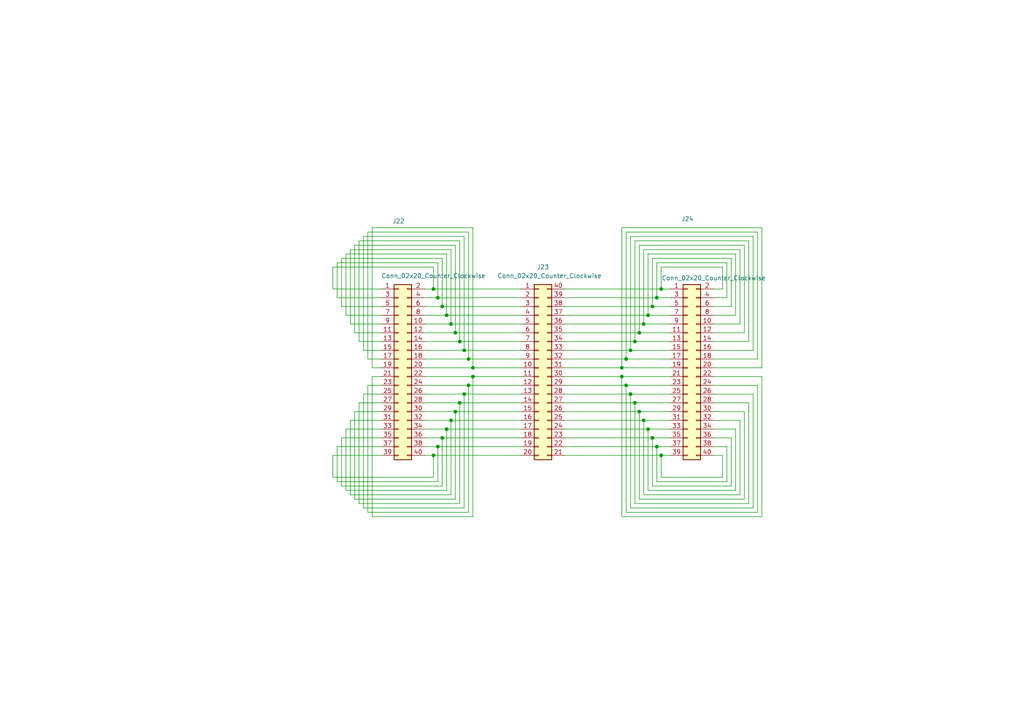
<source format=kicad_sch>
(kicad_sch (version 20211123) (generator eeschema)
  (paper "A4")
  (lib_symbols
    (symbol "Connector_Generic:Conn_02x20_Counter_Clockwise" (pin_names (offset 1.016) hide)
      (property "Reference" "J" (at 1.27 25.4 0))
      (property "Value" "Conn_02x20_Counter_Clockwise" (at 1.27 -27.94 0))
      (symbol "Conn_02x20_Counter_Clockwise_1_1"
        (rectangle (start -1.27 -25.273) (end 0 -25.527) (stroke (width 0.1524)))
        (rectangle (start -1.27 -22.733) (end 0 -22.987) (stroke (width 0.1524)))
        (rectangle (start -1.27 -20.193) (end 0 -20.447) (stroke (width 0.1524)))
        (rectangle (start -1.27 -17.653) (end 0 -17.907) (stroke (width 0.1524)))
        (rectangle (start -1.27 -15.113) (end 0 -15.367) (stroke (width 0.1524)))
        (rectangle (start -1.27 -12.573) (end 0 -12.827) (stroke (width 0.1524)))
        (rectangle (start -1.27 -10.033) (end 0 -10.287) (stroke (width 0.1524)))
        (rectangle (start -1.27 -7.493) (end 0 -7.747) (stroke (width 0.1524)))
        (rectangle (start -1.27 -4.953) (end 0 -5.207) (stroke (width 0.1524)))
        (rectangle (start -1.27 -2.413) (end 0 -2.667) (stroke (width 0.1524)))
        (rectangle (start -1.27 0.127) (end 0 -0.127) (stroke (width 0.1524)))
        (rectangle (start -1.27 2.667) (end 0 2.413) (stroke (width 0.1524)))
        (rectangle (start -1.27 5.207) (end 0 4.953) (stroke (width 0.1524)))
        (rectangle (start -1.27 7.747) (end 0 7.493) (stroke (width 0.1524)))
        (rectangle (start -1.27 10.287) (end 0 10.033) (stroke (width 0.1524)))
        (rectangle (start -1.27 12.827) (end 0 12.573) (stroke (width 0.1524)))
        (rectangle (start -1.27 15.367) (end 0 15.113) (stroke (width 0.1524)))
        (rectangle (start -1.27 17.907) (end 0 17.653) (stroke (width 0.1524)))
        (rectangle (start -1.27 20.447) (end 0 20.193) (stroke (width 0.1524)))
        (rectangle (start -1.27 22.987) (end 0 22.733) (stroke (width 0.1524)))
        (rectangle (start -1.27 24.13) (end 3.81 -26.67) (stroke (width 0.254)) (fill (type background)))
        (rectangle (start 3.81 -25.273) (end 2.54 -25.527) (stroke (width 0.1524)))
        (rectangle (start 3.81 -22.733) (end 2.54 -22.987) (stroke (width 0.1524)))
        (rectangle (start 3.81 -20.193) (end 2.54 -20.447) (stroke (width 0.1524)))
        (rectangle (start 3.81 -17.653) (end 2.54 -17.907) (stroke (width 0.1524)))
        (rectangle (start 3.81 -15.113) (end 2.54 -15.367) (stroke (width 0.1524)))
        (rectangle (start 3.81 -12.573) (end 2.54 -12.827) (stroke (width 0.1524)))
        (rectangle (start 3.81 -10.033) (end 2.54 -10.287) (stroke (width 0.1524)))
        (rectangle (start 3.81 -7.493) (end 2.54 -7.747) (stroke (width 0.1524)))
        (rectangle (start 3.81 -4.953) (end 2.54 -5.207) (stroke (width 0.1524)))
        (rectangle (start 3.81 -2.413) (end 2.54 -2.667) (stroke (width 0.1524)))
        (rectangle (start 3.81 0.127) (end 2.54 -0.127) (stroke (width 0.1524)))
        (rectangle (start 3.81 2.667) (end 2.54 2.413) (stroke (width 0.1524)))
        (rectangle (start 3.81 5.207) (end 2.54 4.953) (stroke (width 0.1524)))
        (rectangle (start 3.81 7.747) (end 2.54 7.493) (stroke (width 0.1524)))
        (rectangle (start 3.81 10.287) (end 2.54 10.033) (stroke (width 0.1524)))
        (rectangle (start 3.81 12.827) (end 2.54 12.573) (stroke (width 0.1524)))
        (rectangle (start 3.81 15.367) (end 2.54 15.113) (stroke (width 0.1524)))
        (rectangle (start 3.81 17.907) (end 2.54 17.653) (stroke (width 0.1524)))
        (rectangle (start 3.81 20.447) (end 2.54 20.193) (stroke (width 0.1524)))
        (rectangle (start 3.81 22.987) (end 2.54 22.733) (stroke (width 0.1524)))
        (pin passive line (at -5.08 22.86 0) (length 3.81) (name "Pin_1") (number "1"))
        (pin passive line (at -5.08 0 0) (length 3.81) (name "Pin_10") (number "10"))
        (pin passive line (at -5.08 -2.54 0) (length 3.81) (name "Pin_11") (number "11"))
        (pin passive line (at -5.08 -5.08 0) (length 3.81) (name "Pin_12") (number "12"))
        (pin passive line (at -5.08 -7.62 0) (length 3.81) (name "Pin_13") (number "13"))
        (pin passive line (at -5.08 -10.16 0) (length 3.81) (name "Pin_14") (number "14"))
        (pin passive line (at -5.08 -12.7 0) (length 3.81) (name "Pin_15") (number "15"))
        (pin passive line (at -5.08 -15.24 0) (length 3.81) (name "Pin_16") (number "16"))
        (pin passive line (at -5.08 -17.78 0) (length 3.81) (name "Pin_17") (number "17"))
        (pin passive line (at -5.08 -20.32 0) (length 3.81) (name "Pin_18") (number "18"))
        (pin passive line (at -5.08 -22.86 0) (length 3.81) (name "Pin_19") (number "19"))
        (pin passive line (at -5.08 20.32 0) (length 3.81) (name "Pin_2") (number "2"))
        (pin passive line (at -5.08 -25.4 0) (length 3.81) (name "Pin_20") (number "20"))
        (pin passive line (at 7.62 -25.4 180) (length 3.81) (name "Pin_21") (number "21"))
        (pin passive line (at 7.62 -22.86 180) (length 3.81) (name "Pin_22") (number "22"))
        (pin passive line (at 7.62 -20.32 180) (length 3.81) (name "Pin_23") (number "23"))
        (pin passive line (at 7.62 -17.78 180) (length 3.81) (name "Pin_24") (number "24"))
        (pin passive line (at 7.62 -15.24 180) (length 3.81) (name "Pin_25") (number "25"))
        (pin passive line (at 7.62 -12.7 180) (length 3.81) (name "Pin_26") (number "26"))
        (pin passive line (at 7.62 -10.16 180) (length 3.81) (name "Pin_27") (number "27"))
        (pin passive line (at 7.62 -7.62 180) (length 3.81) (name "Pin_28") (number "28"))
        (pin passive line (at 7.62 -5.08 180) (length 3.81) (name "Pin_29") (number "29"))
        (pin passive line (at -5.08 17.78 0) (length 3.81) (name "Pin_3") (number "3"))
        (pin passive line (at 7.62 -2.54 180) (length 3.81) (name "Pin_30") (number "30"))
        (pin passive line (at 7.62 0 180) (length 3.81) (name "Pin_31") (number "31"))
        (pin passive line (at 7.62 2.54 180) (length 3.81) (name "Pin_32") (number "32"))
        (pin passive line (at 7.62 5.08 180) (length 3.81) (name "Pin_33") (number "33"))
        (pin passive line (at 7.62 7.62 180) (length 3.81) (name "Pin_34") (number "34"))
        (pin passive line (at 7.62 10.16 180) (length 3.81) (name "Pin_35") (number "35"))
        (pin passive line (at 7.62 12.7 180) (length 3.81) (name "Pin_36") (number "36"))
        (pin passive line (at 7.62 15.24 180) (length 3.81) (name "Pin_37") (number "37"))
        (pin passive line (at 7.62 17.78 180) (length 3.81) (name "Pin_38") (number "38"))
        (pin passive line (at 7.62 20.32 180) (length 3.81) (name "Pin_39") (number "39"))
        (pin passive line (at -5.08 15.24 0) (length 3.81) (name "Pin_4") (number "4"))
        (pin passive line (at 7.62 22.86 180) (length 3.81) (name "Pin_40") (number "40"))
        (pin passive line (at -5.08 12.7 0) (length 3.81) (name "Pin_5") (number "5"))
        (pin passive line (at -5.08 10.16 0) (length 3.81) (name "Pin_6") (number "6"))
        (pin passive line (at -5.08 7.62 0) (length 3.81) (name "Pin_7") (number "7"))
        (pin passive line (at -5.08 5.08 0) (length 3.81) (name "Pin_8") (number "8"))
        (pin passive line (at -5.08 2.54 0) (length 3.81) (name "Pin_9") (number "9"))
      )
    )
    (symbol "Connector_Generic:Conn_02x20_Odd_Even" (pin_names (offset 1.016) hide)
      (property "Reference" "J" (at 1.27 25.4 0))
      (property "Value" "Conn_02x20_Odd_Even" (at 1.27 -27.94 0))
      (symbol "Conn_02x20_Odd_Even_1_1"
        (rectangle (start -1.27 -25.273) (end 0 -25.527) (stroke (width 0.1524)))
        (rectangle (start -1.27 -22.733) (end 0 -22.987) (stroke (width 0.1524)))
        (rectangle (start -1.27 -20.193) (end 0 -20.447) (stroke (width 0.1524)))
        (rectangle (start -1.27 -17.653) (end 0 -17.907) (stroke (width 0.1524)))
        (rectangle (start -1.27 -15.113) (end 0 -15.367) (stroke (width 0.1524)))
        (rectangle (start -1.27 -12.573) (end 0 -12.827) (stroke (width 0.1524)))
        (rectangle (start -1.27 -10.033) (end 0 -10.287) (stroke (width 0.1524)))
        (rectangle (start -1.27 -7.493) (end 0 -7.747) (stroke (width 0.1524)))
        (rectangle (start -1.27 -4.953) (end 0 -5.207) (stroke (width 0.1524)))
        (rectangle (start -1.27 -2.413) (end 0 -2.667) (stroke (width 0.1524)))
        (rectangle (start -1.27 0.127) (end 0 -0.127) (stroke (width 0.1524)))
        (rectangle (start -1.27 2.667) (end 0 2.413) (stroke (width 0.1524)))
        (rectangle (start -1.27 5.207) (end 0 4.953) (stroke (width 0.1524)))
        (rectangle (start -1.27 7.747) (end 0 7.493) (stroke (width 0.1524)))
        (rectangle (start -1.27 10.287) (end 0 10.033) (stroke (width 0.1524)))
        (rectangle (start -1.27 12.827) (end 0 12.573) (stroke (width 0.1524)))
        (rectangle (start -1.27 15.367) (end 0 15.113) (stroke (width 0.1524)))
        (rectangle (start -1.27 17.907) (end 0 17.653) (stroke (width 0.1524)))
        (rectangle (start -1.27 20.447) (end 0 20.193) (stroke (width 0.1524)))
        (rectangle (start -1.27 22.987) (end 0 22.733) (stroke (width 0.1524)))
        (rectangle (start -1.27 24.13) (end 3.81 -26.67) (stroke (width 0.254)) (fill (type background)))
        (rectangle (start 3.81 -25.273) (end 2.54 -25.527) (stroke (width 0.1524)))
        (rectangle (start 3.81 -22.733) (end 2.54 -22.987) (stroke (width 0.1524)))
        (rectangle (start 3.81 -20.193) (end 2.54 -20.447) (stroke (width 0.1524)))
        (rectangle (start 3.81 -17.653) (end 2.54 -17.907) (stroke (width 0.1524)))
        (rectangle (start 3.81 -15.113) (end 2.54 -15.367) (stroke (width 0.1524)))
        (rectangle (start 3.81 -12.573) (end 2.54 -12.827) (stroke (width 0.1524)))
        (rectangle (start 3.81 -10.033) (end 2.54 -10.287) (stroke (width 0.1524)))
        (rectangle (start 3.81 -7.493) (end 2.54 -7.747) (stroke (width 0.1524)))
        (rectangle (start 3.81 -4.953) (end 2.54 -5.207) (stroke (width 0.1524)))
        (rectangle (start 3.81 -2.413) (end 2.54 -2.667) (stroke (width 0.1524)))
        (rectangle (start 3.81 0.127) (end 2.54 -0.127) (stroke (width 0.1524)))
        (rectangle (start 3.81 2.667) (end 2.54 2.413) (stroke (width 0.1524)))
        (rectangle (start 3.81 5.207) (end 2.54 4.953) (stroke (width 0.1524)))
        (rectangle (start 3.81 7.747) (end 2.54 7.493) (stroke (width 0.1524)))
        (rectangle (start 3.81 10.287) (end 2.54 10.033) (stroke (width 0.1524)))
        (rectangle (start 3.81 12.827) (end 2.54 12.573) (stroke (width 0.1524)))
        (rectangle (start 3.81 15.367) (end 2.54 15.113) (stroke (width 0.1524)))
        (rectangle (start 3.81 17.907) (end 2.54 17.653) (stroke (width 0.1524)))
        (rectangle (start 3.81 20.447) (end 2.54 20.193) (stroke (width 0.1524)))
        (rectangle (start 3.81 22.987) (end 2.54 22.733) (stroke (width 0.1524)))
        (pin passive line (at -5.08 22.86 0) (length 3.81) (name "Pin_1") (number "1"))
        (pin passive line (at 7.62 12.7 180) (length 3.81) (name "Pin_10") (number "10"))
        (pin passive line (at -5.08 10.16 0) (length 3.81) (name "Pin_11") (number "11"))
        (pin passive line (at 7.62 10.16 180) (length 3.81) (name "Pin_12") (number "12"))
        (pin passive line (at -5.08 7.62 0) (length 3.81) (name "Pin_13") (number "13"))
        (pin passive line (at 7.62 7.62 180) (length 3.81) (name "Pin_14") (number "14"))
        (pin passive line (at -5.08 5.08 0) (length 3.81) (name "Pin_15") (number "15"))
        (pin passive line (at 7.62 5.08 180) (length 3.81) (name "Pin_16") (number "16"))
        (pin passive line (at -5.08 2.54 0) (length 3.81) (name "Pin_17") (number "17"))
        (pin passive line (at 7.62 2.54 180) (length 3.81) (name "Pin_18") (number "18"))
        (pin passive line (at -5.08 0 0) (length 3.81) (name "Pin_19") (number "19"))
        (pin passive line (at 7.62 22.86 180) (length 3.81) (name "Pin_2") (number "2"))
        (pin passive line (at 7.62 0 180) (length 3.81) (name "Pin_20") (number "20"))
        (pin passive line (at -5.08 -2.54 0) (length 3.81) (name "Pin_21") (number "21"))
        (pin passive line (at 7.62 -2.54 180) (length 3.81) (name "Pin_22") (number "22"))
        (pin passive line (at -5.08 -5.08 0) (length 3.81) (name "Pin_23") (number "23"))
        (pin passive line (at 7.62 -5.08 180) (length 3.81) (name "Pin_24") (number "24"))
        (pin passive line (at -5.08 -7.62 0) (length 3.81) (name "Pin_25") (number "25"))
        (pin passive line (at 7.62 -7.62 180) (length 3.81) (name "Pin_26") (number "26"))
        (pin passive line (at -5.08 -10.16 0) (length 3.81) (name "Pin_27") (number "27"))
        (pin passive line (at 7.62 -10.16 180) (length 3.81) (name "Pin_28") (number "28"))
        (pin passive line (at -5.08 -12.7 0) (length 3.81) (name "Pin_29") (number "29"))
        (pin passive line (at -5.08 20.32 0) (length 3.81) (name "Pin_3") (number "3"))
        (pin passive line (at 7.62 -12.7 180) (length 3.81) (name "Pin_30") (number "30"))
        (pin passive line (at -5.08 -15.24 0) (length 3.81) (name "Pin_31") (number "31"))
        (pin passive line (at 7.62 -15.24 180) (length 3.81) (name "Pin_32") (number "32"))
        (pin passive line (at -5.08 -17.78 0) (length 3.81) (name "Pin_33") (number "33"))
        (pin passive line (at 7.62 -17.78 180) (length 3.81) (name "Pin_34") (number "34"))
        (pin passive line (at -5.08 -20.32 0) (length 3.81) (name "Pin_35") (number "35"))
        (pin passive line (at 7.62 -20.32 180) (length 3.81) (name "Pin_36") (number "36"))
        (pin passive line (at -5.08 -22.86 0) (length 3.81) (name "Pin_37") (number "37"))
        (pin passive line (at 7.62 -22.86 180) (length 3.81) (name "Pin_38") (number "38"))
        (pin passive line (at -5.08 -25.4 0) (length 3.81) (name "Pin_39") (number "39"))
        (pin passive line (at 7.62 20.32 180) (length 3.81) (name "Pin_4") (number "4"))
        (pin passive line (at 7.62 -25.4 180) (length 3.81) (name "Pin_40") (number "40"))
        (pin passive line (at -5.08 17.78 0) (length 3.81) (name "Pin_5") (number "5"))
        (pin passive line (at 7.62 17.78 180) (length 3.81) (name "Pin_6") (number "6"))
        (pin passive line (at -5.08 15.24 0) (length 3.81) (name "Pin_7") (number "7"))
        (pin passive line (at 7.62 15.24 180) (length 3.81) (name "Pin_8") (number "8"))
        (pin passive line (at -5.08 12.7 0) (length 3.81) (name "Pin_9") (number "9"))
      )
    )
  )
  (junction (at 125.73 132.08))
  (junction (at 137.16 106.68))
  (junction (at 132.08 96.52))
  (junction (at 128.27 88.9))
  (junction (at 134.62 114.3))
  (junction (at 187.96 91.44))
  (junction (at 137.16 109.22))
  (junction (at 180.34 109.22))
  (junction (at 186.69 93.98))
  (junction (at 135.89 104.14))
  (junction (at 189.23 127))
  (junction (at 181.61 104.14))
  (junction (at 130.81 93.98))
  (junction (at 182.88 114.3))
  (junction (at 182.88 101.6))
  (junction (at 184.15 99.06))
  (junction (at 190.5 86.36))
  (junction (at 187.96 124.46))
  (junction (at 191.77 83.82))
  (junction (at 180.34 106.68))
  (junction (at 185.42 119.38))
  (junction (at 191.77 132.08))
  (junction (at 134.62 101.6))
  (junction (at 128.27 127))
  (junction (at 189.23 88.9))
  (junction (at 133.35 99.06))
  (junction (at 135.89 111.76))
  (junction (at 181.61 111.76))
  (junction (at 129.54 124.46))
  (junction (at 127 129.54))
  (junction (at 129.54 91.44))
  (junction (at 127 86.36))
  (junction (at 185.42 96.52))
  (junction (at 132.08 119.38))
  (junction (at 184.15 116.84))
  (junction (at 186.69 121.92))
  (junction (at 125.73 83.82))
  (junction (at 133.35 116.84))
  (junction (at 190.5 129.54))
  (junction (at 130.81 121.92))
  (wire (pts (xy 163.83 91.44) (xy 187.96 91.44)))
  (wire (pts (xy 107.95 109.22) (xy 110.49 109.22)))
  (wire (pts (xy 105.41 101.6) (xy 110.49 101.6)))
  (wire (pts (xy 180.34 109.22) (xy 194.31 109.22)))
  (wire (pts (xy 106.68 67.31) (xy 135.89 67.31)))
  (wire (pts (xy 215.9 119.38) (xy 215.9 144.78)))
  (wire (pts (xy 125.73 77.47) (xy 125.73 83.82)))
  (wire (pts (xy 127 86.36) (xy 151.13 86.36)))
  (wire (pts (xy 135.89 111.76) (xy 123.19 111.76)))
  (wire (pts (xy 189.23 140.97) (xy 212.09 140.97)))
  (wire (pts (xy 191.77 83.82) (xy 194.31 83.82)))
  (wire (pts (xy 182.88 147.32) (xy 182.88 114.3)))
  (wire (pts (xy 207.01 127) (xy 212.09 127)))
  (wire (pts (xy 104.14 99.06) (xy 110.49 99.06)))
  (wire (pts (xy 215.9 144.78) (xy 185.42 144.78)))
  (wire (pts (xy 219.71 111.76) (xy 219.71 148.59)))
  (wire (pts (xy 134.62 68.58) (xy 105.41 68.58)))
  (wire (pts (xy 130.81 72.39) (xy 130.81 93.98)))
  (wire (pts (xy 125.73 132.08) (xy 151.13 132.08)))
  (wire (pts (xy 130.81 143.51) (xy 130.81 121.92)))
  (wire (pts (xy 125.73 83.82) (xy 151.13 83.82)))
  (wire (pts (xy 181.61 67.31) (xy 219.71 67.31)))
  (wire (pts (xy 137.16 106.68) (xy 151.13 106.68)))
  (wire (pts (xy 190.5 129.54) (xy 194.31 129.54)))
  (wire (pts (xy 134.62 114.3) (xy 151.13 114.3)))
  (wire (pts (xy 106.68 67.31) (xy 106.68 104.14)))
  (wire (pts (xy 104.14 146.05) (xy 133.35 146.05)))
  (wire (pts (xy 101.6 143.51) (xy 130.81 143.51)))
  (wire (pts (xy 180.34 66.04) (xy 220.98 66.04)))
  (wire (pts (xy 133.35 99.06) (xy 123.19 99.06)))
  (wire (pts (xy 163.83 132.08) (xy 191.77 132.08)))
  (wire (pts (xy 130.81 93.98) (xy 151.13 93.98)))
  (wire (pts (xy 217.17 116.84) (xy 217.17 146.05)))
  (wire (pts (xy 133.35 99.06) (xy 151.13 99.06)))
  (wire (pts (xy 132.08 71.12) (xy 102.87 71.12)))
  (wire (pts (xy 104.14 116.84) (xy 104.14 146.05)))
  (wire (pts (xy 99.06 127) (xy 110.49 127)))
  (wire (pts (xy 163.83 127) (xy 189.23 127)))
  (wire (pts (xy 185.42 96.52) (xy 194.31 96.52)))
  (wire (pts (xy 213.36 73.66) (xy 213.36 91.44)))
  (wire (pts (xy 132.08 119.38) (xy 151.13 119.38)))
  (wire (pts (xy 194.31 116.84) (xy 184.15 116.84)))
  (wire (pts (xy 127 139.7) (xy 97.79 139.7)))
  (wire (pts (xy 163.83 124.46) (xy 187.96 124.46)))
  (wire (pts (xy 207.01 106.68) (xy 220.98 106.68)))
  (wire (pts (xy 184.15 146.05) (xy 217.17 146.05)))
  (wire (pts (xy 129.54 142.24) (xy 100.33 142.24)))
  (wire (pts (xy 133.35 69.85) (xy 133.35 99.06)))
  (wire (pts (xy 135.89 148.59) (xy 135.89 111.76)))
  (wire (pts (xy 186.69 121.92) (xy 186.69 143.51)))
  (wire (pts (xy 213.36 142.24) (xy 187.96 142.24)))
  (wire (pts (xy 189.23 127) (xy 189.23 140.97)))
  (wire (pts (xy 163.83 109.22) (xy 180.34 109.22)))
  (wire (pts (xy 187.96 124.46) (xy 194.31 124.46)))
  (wire (pts (xy 207.01 114.3) (xy 218.44 114.3)))
  (wire (pts (xy 181.61 148.59) (xy 219.71 148.59)))
  (wire (pts (xy 96.52 77.47) (xy 96.52 83.82)))
  (wire (pts (xy 212.09 127) (xy 212.09 140.97)))
  (wire (pts (xy 207.01 101.6) (xy 218.44 101.6)))
  (wire (pts (xy 129.54 91.44) (xy 151.13 91.44)))
  (wire (pts (xy 163.83 114.3) (xy 182.88 114.3)))
  (wire (pts (xy 207.01 86.36) (xy 210.82 86.36)))
  (wire (pts (xy 135.89 104.14) (xy 151.13 104.14)))
  (wire (pts (xy 137.16 106.68) (xy 137.16 66.04)))
  (wire (pts (xy 207.01 96.52) (xy 215.9 96.52)))
  (wire (pts (xy 133.35 146.05) (xy 133.35 116.84)))
  (wire (pts (xy 189.23 88.9) (xy 189.23 74.93)))
  (wire (pts (xy 105.41 68.58) (xy 105.41 101.6)))
  (wire (pts (xy 102.87 96.52) (xy 110.49 96.52)))
  (wire (pts (xy 190.5 139.7) (xy 190.5 129.54)))
  (wire (pts (xy 123.19 86.36) (xy 127 86.36)))
  (wire (pts (xy 218.44 114.3) (xy 218.44 147.32)))
  (wire (pts (xy 104.14 116.84) (xy 110.49 116.84)))
  (wire (pts (xy 137.16 109.22) (xy 137.16 149.86)))
  (wire (pts (xy 100.33 73.66) (xy 100.33 91.44)))
  (wire (pts (xy 106.68 148.59) (xy 135.89 148.59)))
  (wire (pts (xy 220.98 66.04) (xy 220.98 106.68)))
  (wire (pts (xy 107.95 106.68) (xy 110.49 106.68)))
  (wire (pts (xy 163.83 88.9) (xy 189.23 88.9)))
  (wire (pts (xy 101.6 93.98) (xy 110.49 93.98)))
  (wire (pts (xy 213.36 73.66) (xy 187.96 73.66)))
  (wire (pts (xy 101.6 121.92) (xy 101.6 143.51)))
  (wire (pts (xy 134.62 101.6) (xy 151.13 101.6)))
  (wire (pts (xy 184.15 99.06) (xy 184.15 69.85)))
  (wire (pts (xy 207.01 99.06) (xy 217.17 99.06)))
  (wire (pts (xy 97.79 129.54) (xy 97.79 139.7)))
  (wire (pts (xy 127 76.2) (xy 97.79 76.2)))
  (wire (pts (xy 129.54 91.44) (xy 129.54 73.66)))
  (wire (pts (xy 102.87 71.12) (xy 102.87 96.52)))
  (wire (pts (xy 184.15 69.85) (xy 217.17 69.85)))
  (wire (pts (xy 132.08 144.78) (xy 102.87 144.78)))
  (wire (pts (xy 134.62 101.6) (xy 134.62 68.58)))
  (wire (pts (xy 209.55 77.47) (xy 191.77 77.47)))
  (wire (pts (xy 186.69 93.98) (xy 186.69 72.39)))
  (wire (pts (xy 194.31 132.08) (xy 191.77 132.08)))
  (wire (pts (xy 104.14 69.85) (xy 133.35 69.85)))
  (wire (pts (xy 99.06 74.93) (xy 99.06 88.9)))
  (wire (pts (xy 214.63 121.92) (xy 214.63 143.51)))
  (wire (pts (xy 163.83 121.92) (xy 186.69 121.92)))
  (wire (pts (xy 130.81 121.92) (xy 151.13 121.92)))
  (wire (pts (xy 185.42 71.12) (xy 215.9 71.12)))
  (wire (pts (xy 132.08 96.52) (xy 151.13 96.52)))
  (wire (pts (xy 123.19 109.22) (xy 137.16 109.22)))
  (wire (pts (xy 182.88 114.3) (xy 194.31 114.3)))
  (wire (pts (xy 194.31 88.9) (xy 189.23 88.9)))
  (wire (pts (xy 123.19 114.3) (xy 134.62 114.3)))
  (wire (pts (xy 194.31 86.36) (xy 190.5 86.36)))
  (wire (pts (xy 137.16 149.86) (xy 107.95 149.86)))
  (wire (pts (xy 127 86.36) (xy 127 76.2)))
  (wire (pts (xy 99.06 74.93) (xy 128.27 74.93)))
  (wire (pts (xy 209.55 83.82) (xy 209.55 77.47)))
  (wire (pts (xy 185.42 71.12) (xy 185.42 96.52)))
  (wire (pts (xy 135.89 111.76) (xy 151.13 111.76)))
  (wire (pts (xy 185.42 119.38) (xy 194.31 119.38)))
  (wire (pts (xy 207.01 119.38) (xy 215.9 119.38)))
  (wire (pts (xy 220.98 149.86) (xy 180.34 149.86)))
  (wire (pts (xy 97.79 76.2) (xy 97.79 86.36)))
  (wire (pts (xy 137.16 109.22) (xy 151.13 109.22)))
  (wire (pts (xy 190.5 76.2) (xy 190.5 86.36)))
  (wire (pts (xy 123.19 121.92) (xy 130.81 121.92)))
  (wire (pts (xy 99.06 140.97) (xy 128.27 140.97)))
  (wire (pts (xy 97.79 129.54) (xy 110.49 129.54)))
  (wire (pts (xy 163.83 111.76) (xy 181.61 111.76)))
  (wire (pts (xy 207.01 121.92) (xy 214.63 121.92)))
  (wire (pts (xy 207.01 116.84) (xy 217.17 116.84)))
  (wire (pts (xy 194.31 93.98) (xy 186.69 93.98)))
  (wire (pts (xy 128.27 140.97) (xy 128.27 127)))
  (wire (pts (xy 96.52 132.08) (xy 96.52 138.43)))
  (wire (pts (xy 123.19 96.52) (xy 132.08 96.52)))
  (wire (pts (xy 125.73 83.82) (xy 123.19 83.82)))
  (wire (pts (xy 107.95 66.04) (xy 137.16 66.04)))
  (wire (pts (xy 106.68 111.76) (xy 110.49 111.76)))
  (wire (pts (xy 129.54 73.66) (xy 100.33 73.66)))
  (wire (pts (xy 163.83 104.14) (xy 181.61 104.14)))
  (wire (pts (xy 190.5 76.2) (xy 210.82 76.2)))
  (wire (pts (xy 187.96 142.24) (xy 187.96 124.46)))
  (wire (pts (xy 97.79 86.36) (xy 110.49 86.36)))
  (wire (pts (xy 180.34 66.04) (xy 180.34 106.68)))
  (wire (pts (xy 101.6 72.39) (xy 130.81 72.39)))
  (wire (pts (xy 101.6 72.39) (xy 101.6 93.98)))
  (wire (pts (xy 135.89 67.31) (xy 135.89 104.14)))
  (wire (pts (xy 163.83 129.54) (xy 190.5 129.54)))
  (wire (pts (xy 128.27 88.9) (xy 151.13 88.9)))
  (wire (pts (xy 102.87 119.38) (xy 102.87 144.78)))
  (wire (pts (xy 180.34 149.86) (xy 180.34 109.22)))
  (wire (pts (xy 123.19 132.08) (xy 125.73 132.08)))
  (wire (pts (xy 100.33 91.44) (xy 110.49 91.44)))
  (wire (pts (xy 127 129.54) (xy 151.13 129.54)))
  (wire (pts (xy 107.95 109.22) (xy 107.95 149.86)))
  (wire (pts (xy 207.01 104.14) (xy 219.71 104.14)))
  (wire (pts (xy 186.69 72.39) (xy 214.63 72.39)))
  (wire (pts (xy 207.01 93.98) (xy 214.63 93.98)))
  (wire (pts (xy 207.01 88.9) (xy 212.09 88.9)))
  (wire (pts (xy 181.61 104.14) (xy 181.61 67.31)))
  (wire (pts (xy 191.77 132.08) (xy 191.77 138.43)))
  (wire (pts (xy 96.52 77.47) (xy 125.73 77.47)))
  (wire (pts (xy 218.44 147.32) (xy 182.88 147.32)))
  (wire (pts (xy 104.14 69.85) (xy 104.14 99.06)))
  (wire (pts (xy 209.55 132.08) (xy 209.55 138.43)))
  (wire (pts (xy 210.82 76.2) (xy 210.82 86.36)))
  (wire (pts (xy 186.69 143.51) (xy 214.63 143.51)))
  (wire (pts (xy 187.96 91.44) (xy 194.31 91.44)))
  (wire (pts (xy 96.52 132.08) (xy 110.49 132.08)))
  (wire (pts (xy 215.9 71.12) (xy 215.9 96.52)))
  (wire (pts (xy 100.33 124.46) (xy 110.49 124.46)))
  (wire (pts (xy 163.83 93.98) (xy 186.69 93.98)))
  (wire (pts (xy 212.09 74.93) (xy 212.09 88.9)))
  (wire (pts (xy 123.19 88.9) (xy 128.27 88.9)))
  (wire (pts (xy 163.83 119.38) (xy 185.42 119.38)))
  (wire (pts (xy 135.89 104.14) (xy 123.19 104.14)))
  (wire (pts (xy 214.63 72.39) (xy 214.63 93.98)))
  (wire (pts (xy 99.06 127) (xy 99.06 140.97)))
  (wire (pts (xy 182.88 101.6) (xy 194.31 101.6)))
  (wire (pts (xy 123.19 91.44) (xy 129.54 91.44)))
  (wire (pts (xy 219.71 67.31) (xy 219.71 104.14)))
  (wire (pts (xy 207.01 124.46) (xy 213.36 124.46)))
  (wire (pts (xy 106.68 111.76) (xy 106.68 148.59)))
  (wire (pts (xy 134.62 147.32) (xy 105.41 147.32)))
  (wire (pts (xy 100.33 124.46) (xy 100.33 142.24)))
  (wire (pts (xy 213.36 124.46) (xy 213.36 142.24)))
  (wire (pts (xy 123.19 116.84) (xy 133.35 116.84)))
  (wire (pts (xy 123.19 101.6) (xy 134.62 101.6)))
  (wire (pts (xy 96.52 138.43) (xy 125.73 138.43)))
  (wire (pts (xy 107.95 66.04) (xy 107.95 106.68)))
  (wire (pts (xy 101.6 121.92) (xy 110.49 121.92)))
  (wire (pts (xy 163.83 116.84) (xy 184.15 116.84)))
  (wire (pts (xy 123.19 129.54) (xy 127 129.54)))
  (wire (pts (xy 125.73 138.43) (xy 125.73 132.08)))
  (wire (pts (xy 96.52 83.82) (xy 110.49 83.82)))
  (wire (pts (xy 191.77 77.47) (xy 191.77 83.82)))
  (wire (pts (xy 123.19 119.38) (xy 132.08 119.38)))
  (wire (pts (xy 129.54 124.46) (xy 129.54 142.24)))
  (wire (pts (xy 128.27 127) (xy 151.13 127)))
  (wire (pts (xy 129.54 124.46) (xy 151.13 124.46)))
  (wire (pts (xy 163.83 106.68) (xy 180.34 106.68)))
  (wire (pts (xy 184.15 116.84) (xy 184.15 146.05)))
  (wire (pts (xy 194.31 127) (xy 189.23 127)))
  (wire (pts (xy 127 129.54) (xy 127 139.7)))
  (wire (pts (xy 194.31 104.14) (xy 181.61 104.14)))
  (wire (pts (xy 207.01 129.54) (xy 210.82 129.54)))
  (wire (pts (xy 128.27 88.9) (xy 128.27 74.93)))
  (wire (pts (xy 207.01 83.82) (xy 209.55 83.82)))
  (wire (pts (xy 105.41 114.3) (xy 105.41 147.32)))
  (wire (pts (xy 134.62 114.3) (xy 134.62 147.32)))
  (wire (pts (xy 133.35 116.84) (xy 151.13 116.84)))
  (wire (pts (xy 182.88 68.58) (xy 218.44 68.58)))
  (wire (pts (xy 187.96 73.66) (xy 187.96 91.44)))
  (wire (pts (xy 207.01 132.08) (xy 209.55 132.08)))
  (wire (pts (xy 123.19 106.68) (xy 137.16 106.68)))
  (wire (pts (xy 191.77 138.43) (xy 209.55 138.43)))
  (wire (pts (xy 163.83 86.36) (xy 190.5 86.36)))
  (wire (pts (xy 217.17 69.85) (xy 217.17 99.06)))
  (wire (pts (xy 105.41 114.3) (xy 110.49 114.3)))
  (wire (pts (xy 99.06 88.9) (xy 110.49 88.9)))
  (wire (pts (xy 180.34 106.68) (xy 194.31 106.68)))
  (wire (pts (xy 207.01 91.44) (xy 213.36 91.44)))
  (wire (pts (xy 132.08 96.52) (xy 132.08 71.12)))
  (wire (pts (xy 185.42 144.78) (xy 185.42 119.38)))
  (wire (pts (xy 189.23 74.93) (xy 212.09 74.93)))
  (wire (pts (xy 132.08 119.38) (xy 132.08 144.78)))
  (wire (pts (xy 207.01 109.22) (xy 220.98 109.22)))
  (wire (pts (xy 194.31 99.06) (xy 184.15 99.06)))
  (wire (pts (xy 106.68 104.14) (xy 110.49 104.14)))
  (wire (pts (xy 102.87 119.38) (xy 110.49 119.38)))
  (wire (pts (xy 182.88 68.58) (xy 182.88 101.6)))
  (wire (pts (xy 210.82 129.54) (xy 210.82 139.7)))
  (wire (pts (xy 207.01 111.76) (xy 219.71 111.76)))
  (wire (pts (xy 210.82 139.7) (xy 190.5 139.7)))
  (wire (pts (xy 163.83 96.52) (xy 185.42 96.52)))
  (wire (pts (xy 194.31 111.76) (xy 181.61 111.76)))
  (wire (pts (xy 163.83 99.06) (xy 184.15 99.06)))
  (wire (pts (xy 220.98 109.22) (xy 220.98 149.86)))
  (wire (pts (xy 163.83 101.6) (xy 182.88 101.6)))
  (wire (pts (xy 181.61 111.76) (xy 181.61 148.59)))
  (wire (pts (xy 123.19 124.46) (xy 129.54 124.46)))
  (wire (pts (xy 163.83 83.82) (xy 191.77 83.82)))
  (wire (pts (xy 123.19 127) (xy 128.27 127)))
  (wire (pts (xy 130.81 93.98) (xy 123.19 93.98)))
  (wire (pts (xy 218.44 68.58) (xy 218.44 101.6)))
  (wire (pts (xy 194.31 121.92) (xy 186.69 121.92)))
  (symbol (lib_id "Connector_Generic:Conn_02x20_Odd_Even") (at 199.39 106.68 0) (unit 1)
    (property "Reference" "J24" (at 199.39 63.5 0))
    (property "Value" "Conn_02x20_Counter_Clockwise" (at 207.01 80.645 0))
    (property "Footprint" "Connector_PinSocket_2.54mm:PinSocket_2x20_P2.54mm_Vertical" (effects hide))
  )
  (symbol (lib_id "Connector_Generic:Conn_02x20_Odd_Even") (at 115.57 106.68 0) (unit 1)
    (property "Reference" "J22" (at 115.57 64.135 0))
    (property "Value" "Conn_02x20_Counter_Clockwise" (at 125.73 80.01 0))
    (property "Footprint" "Connector_PinSocket_2.54mm:PinSocket_2x20_P2.54mm_Vertical" (effects hide))
  )
  (symbol (lib_id "Connector_Generic:Conn_02x20_Counter_Clockwise") (at 156.21 106.68 0) (unit 1)
    (property "Reference" "J23" (at 157.48 77.47 0))
    (property "Value" "Conn_02x20_Counter_Clockwise" (at 159.385 80.01 0))
    (property "Footprint" "Socket:DIP_Socket-40_W22.1_W22.86_W25.4_W27.94_W28.7_3M_240-3639-00-0602J" (effects hide))
  )
)
</source>
